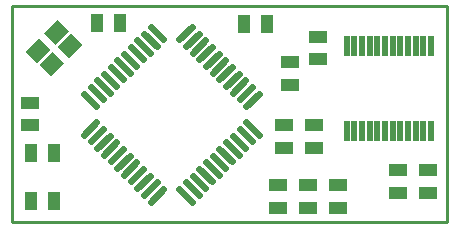
<source format=gts>
G04 (created by PCBNEW (2013-02-13 BZR 3947)-testing) date 11/23/2013 4:51:36 PM*
%MOIN*%
G04 Gerber Fmt 3.4, Leading zero omitted, Abs format*
%FSLAX34Y34*%
G01*
G70*
G90*
G04 APERTURE LIST*
%ADD10C,0.009*%
%ADD11C,0.024*%
%ADD12R,0.043X0.063*%
%ADD13R,0.063X0.043*%
%ADD14R,0.0237X0.067*%
G04 APERTURE END LIST*
G54D10*
X6400Y-3600D02*
X9200Y-3600D01*
X9200Y3600D02*
X6400Y3600D01*
X6400Y-3600D02*
X-5300Y-3600D01*
X6400Y3600D02*
X-5300Y3600D01*
X9200Y-3600D02*
X9200Y3600D01*
X-5300Y-3600D02*
X-5300Y3600D01*
G54D11*
X1798Y-1798D02*
X1383Y-1383D01*
X2021Y-1576D02*
X1605Y-1160D01*
X2244Y-1353D02*
X1828Y-937D01*
X2467Y-1130D02*
X2051Y-714D01*
X2689Y-907D02*
X2274Y-492D01*
X2912Y-685D02*
X2496Y-269D01*
X1576Y-2021D02*
X1160Y-1605D01*
X1353Y-2244D02*
X937Y-1828D01*
X1130Y-2467D02*
X714Y-2051D01*
X907Y-2689D02*
X492Y-2274D01*
X685Y-2912D02*
X269Y-2496D01*
X-1383Y1383D02*
X-1798Y1798D01*
X-1160Y1605D02*
X-1576Y2021D01*
X-937Y1828D02*
X-1353Y2244D01*
X-714Y2051D02*
X-1130Y2467D01*
X-492Y2274D02*
X-907Y2689D01*
X-269Y2496D02*
X-685Y2912D01*
X-1605Y1160D02*
X-2021Y1576D01*
X-1828Y937D02*
X-2244Y1353D01*
X-2051Y714D02*
X-2467Y1130D01*
X-2274Y492D02*
X-2689Y907D01*
X-2496Y269D02*
X-2912Y685D01*
X1798Y1798D02*
X1383Y1383D01*
X-1383Y-1383D02*
X-1798Y-1798D01*
X1576Y2021D02*
X1160Y1605D01*
X-1605Y-1160D02*
X-2021Y-1576D01*
X-1828Y-937D02*
X-2244Y-1353D01*
X1353Y2244D02*
X937Y1828D01*
X1130Y2467D02*
X714Y2051D01*
X-2051Y-714D02*
X-2467Y-1130D01*
X-2274Y-492D02*
X-2689Y-907D01*
X907Y2689D02*
X492Y2274D01*
X685Y2912D02*
X269Y2496D01*
X-2496Y-269D02*
X-2912Y-685D01*
X-1160Y-1605D02*
X-1576Y-2021D01*
X2021Y1576D02*
X1605Y1160D01*
X2244Y1353D02*
X1828Y937D01*
X-937Y-1828D02*
X-1353Y-2244D01*
X-714Y-2051D02*
X-1130Y-2467D01*
X2467Y1130D02*
X2051Y714D01*
X2689Y907D02*
X2274Y492D01*
X-492Y-2274D02*
X-907Y-2689D01*
X-269Y-2496D02*
X-685Y-2912D01*
X2912Y685D02*
X2496Y269D01*
G54D12*
X-2475Y3050D03*
X-1725Y3050D03*
X-3925Y-2900D03*
X-4675Y-2900D03*
X2425Y3000D03*
X3175Y3000D03*
G54D13*
X4900Y1825D03*
X4900Y2575D03*
X3950Y975D03*
X3950Y1725D03*
X3750Y-375D03*
X3750Y-1125D03*
X4750Y-375D03*
X4750Y-1125D03*
X5550Y-3125D03*
X5550Y-2375D03*
X4550Y-3125D03*
X4550Y-2375D03*
X-4700Y375D03*
X-4700Y-375D03*
G54D12*
X-3925Y-1300D03*
X-4675Y-1300D03*
G54D13*
X3550Y-3125D03*
X3550Y-2375D03*
G54D10*
G36*
X-4463Y1705D02*
X-4840Y2081D01*
X-4394Y2528D01*
X-4017Y2151D01*
X-4463Y1705D01*
X-4463Y1705D01*
G37*
G36*
X-3851Y2317D02*
X-4228Y2694D01*
X-3781Y3140D01*
X-3405Y2763D01*
X-3851Y2317D01*
X-3851Y2317D01*
G37*
G36*
X-4018Y1259D02*
X-4394Y1636D01*
X-3948Y2082D01*
X-3571Y1705D01*
X-4018Y1259D01*
X-4018Y1259D01*
G37*
G36*
X-3405Y1871D02*
X-3782Y2248D01*
X-3336Y2694D01*
X-2959Y2318D01*
X-3405Y1871D01*
X-3405Y1871D01*
G37*
G54D13*
X8550Y-2625D03*
X8550Y-1875D03*
X7550Y-2625D03*
X7550Y-1875D03*
G54D14*
X5843Y-577D03*
X6099Y-577D03*
X6355Y-577D03*
X6611Y-577D03*
X6867Y-577D03*
X7123Y-577D03*
X7377Y-577D03*
X7633Y-577D03*
X7889Y-577D03*
X8145Y-577D03*
X8401Y-577D03*
X8657Y-577D03*
X8657Y2277D03*
X8401Y2277D03*
X8145Y2277D03*
X7889Y2277D03*
X7633Y2277D03*
X7377Y2277D03*
X7123Y2277D03*
X6867Y2277D03*
X6611Y2277D03*
X6355Y2277D03*
X6099Y2277D03*
X5843Y2277D03*
M02*

</source>
